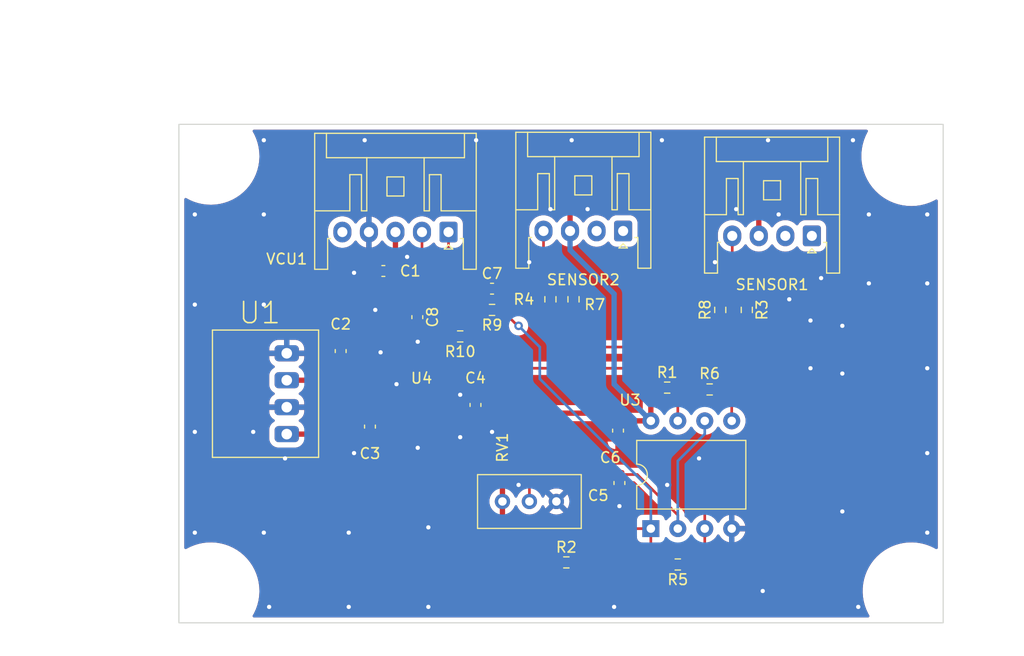
<source format=kicad_pcb>
(kicad_pcb (version 20211014) (generator pcbnew)
  (layers (0 "F.Cu" signal) (31 "B.Cu" signal) (34 "B.Paste" user) (35 "F.Paste" user) (36 "B.SilkS" user "B.Silkscreen") (37 "F.SilkS" user "F.Silkscreen") (38 "B.Mask" user) (39 "F.Mask" user) (44 "Edge.Cuts" user))
  (net 0 "")
  (net 1 "VBAT12V")
  (net 2 "GND")
  (net 3 "12V")
  (net 4 "VREF")
  (net 5 "PULSE1_RAW")
  (net 6 "PULSE2_RAW")
  (net 7 "PULSE2")
  (net 8 "PULSE1")
  (net 9 "Net-(R3-Pad2)")
  (net 10 "Net-(R4-Pad2)")
  (net 12 "15V")
  (net 17 "Net-(R1-Pad2)")
  (net 18 "Net-(R2-Pad2)")
  (footprint "Capacitor_SMD:C_0603_1608Metric" (layer "F.Cu") (at 149.5 80.5)
    (fp_text reference "C7" (at 0 -1.43) (layer "F.SilkS"))
    (fp_text value "0")
    (fp_line (start -0.14058 -0.51) (end 0.14058 -0.51) (layer "F.SilkS") (width 0.12))
    (fp_line (start -0.14058 0.51) (end 0.14058 0.51) (layer "F.SilkS") (width 0.12))
    (pad "1" smd roundrect (at -0.775 0) (size 0.9 0.95) (layers "F.Cu" "F.Paste" "F.Mask") (net 8 "PULSE1"))
    (pad "2" smd roundrect (at 0.775 0) (size 0.9 0.95) (layers "F.Cu" "F.Paste" "F.Mask") (net 2 "GND"))
  )
  (footprint "Resistor_SMD:R_0603_1608Metric_Pad0.98x0.95mm_HandSolder" (layer "F.Cu") (at 173.5 82.5 -90)
    (fp_text reference "R3" (at 0 -1.43 -90) (layer "F.SilkS"))
    (fp_text value "1k")
    (fp_line (start -0.254724 0.5225) (end 0.254724 0.5225) (layer "F.SilkS") (width 0.12))
    (fp_line (start -0.254724 -0.5225) (end 0.254724 -0.5225) (layer "F.SilkS") (width 0.12))
    (pad "1" smd roundrect (at -0.9125 0 270) (size 0.975 0.95) (layers "F.Cu" "F.Paste" "F.Mask") (net 5 "PULSE1_RAW"))
    (pad "2" smd roundrect (at 0.9125 0 270) (size 0.975 0.95) (layers "F.Cu" "F.Paste" "F.Mask") (net 9 "Net-(R3-Pad2)"))
  )
  (footprint "Potentiometer_THT:Potentiometer_Bourns_3296W_Vertical" (layer "F.Cu") (at 155.56 100.56)
    (fp_text reference "RV1" (at -5.08 -5.08 90) (layer "F.SilkS"))
    (fp_text value "10k")
    (fp_line (start 2.345 -2.53) (end 2.345 2.54) (layer "F.SilkS") (width 0.12))
    (fp_line (start -7.425 -2.53) (end -7.425 2.54) (layer "F.SilkS") (width 0.12))
    (fp_line (start -7.425 -2.53) (end 2.345 -2.53) (layer "F.SilkS") (width 0.12))
    (fp_line (start -7.425 2.54) (end 2.345 2.54) (layer "F.SilkS") (width 0.12))
    (pad "1" thru_hole circle (at 0 0) (size 1.44 1.44) (drill 0.8) (layers *.Cu *.Mask) (net 2 "GND"))
    (pad "2" thru_hole circle (at -2.54 0) (size 1.44 1.44) (drill 0.8) (layers *.Cu *.Mask) (net 4 "VREF"))
    (pad "3" thru_hole circle (at -5.08 0) (size 1.44 1.44) (drill 0.8) (layers *.Cu *.Mask) (net 3 "12V"))
  )
  (footprint "MountingHole:MountingHole_4.3mm_M4" (layer "F.Cu") (at 123 109)
    (fp_text reference "REF**" hide)
    (fp_text value "MountingHole_4.3mm_M4")
    (pad "" np_thru_hole circle (at 0 0) (size 4.3 4.3) (drill 4.3) (layers *.Cu *.Mask))
  )
  (footprint "Connector_JST:JST_XA_S04B-XASK-1N-BN_1x04_P2.50mm_Horizontal" (layer "F.Cu") (at 161.85 75.06 180)
    (fp_text reference "SENSOR2" (at 3.75 -4.6) (layer "F.SilkS"))
    (fp_text value "Conn_01x04_Male")
    (fp_line (start 8.89 -3.51) (end 8.89 -0.61) (layer "F.SilkS") (width 0.12))
    (fp_line (start -1.5 7.01) (end 9 7.01) (layer "F.SilkS") (width 0.12))
    (fp_line (start -2.61 -3.51) (end -2.61 9.31) (layer "F.SilkS") (width 0.12))
    (fp_line (start 9 7.01) (end 9 9.31) (layer "F.SilkS") (width 0.12))
    (fp_line (start 10.11 9.31) (end 10.11 -3.51) (layer "F.SilkS") (width 0.12))
    (fp_line (start -1.39 -0.61) (end -1.39 -3.51) (layer "F.SilkS") (width 0.12))
    (fp_line (start 8.05 2) (end 10.11 2) (layer "F.SilkS") (width 0.12))
    (fp_line (start 6.45 7.01) (end 6.45 2) (layer "F.SilkS") (width 0.12))
    (fp_line (start 0.55 5.41) (end -0.55 5.41) (layer "F.SilkS") (width 0.12))
    (fp_line (start -0.55 5.41) (end -0.55 2) (layer "F.SilkS") (width 0.12))
    (fp_line (start 6.95 2) (end 6.95 5.41) (layer "F.SilkS") (width 0.12))
    (fp_line (start 0.4 -1.6) (end 0 -1.2) (layer "F.SilkS") (width 0.12))
    (fp_line (start 8.89 -0.61) (end 8.61 -0.61) (layer "F.SilkS") (width 0.12))
    (fp_line (start 8.05 5.41) (end 8.05 2) (layer "F.SilkS") (width 0.12))
    (fp_line (start 4.55 3.4) (end 4.55 5.2) (layer "F.SilkS") (width 0.12))
    (fp_line (start -2.61 9.31) (end 10.11 9.31) (layer "F.SilkS") (width 0.12))
    (fp_line (start 10.11 -3.51) (end 8.89 -3.51) (layer "F.SilkS") (width 0.12))
    (fp_line (start 6.45 2) (end 6.95 2) (layer "F.SilkS") (width 0.12))
    (fp_line (start 4.55 5.2) (end 2.95 5.2) (layer "F.SilkS") (width 0.12))
    (fp_line (start 2.95 5.2) (end 2.95 3.4) (layer "F.SilkS") (width 0.12))
    (fp_line (start -1.39 -3.51) (end -2.61 -3.51) (layer "F.SilkS") (width 0.12))
    (fp_line (start 0 -1.2) (end -0.4 -1.6) (layer "F.SilkS") (width 0.12))
    (fp_line (start -0.4 -1.6) (end 0.4 -1.6) (layer "F.SilkS") (width 0.12))
    (fp_line (start 2.95 3.4) (end 4.55 3.4) (layer "F.SilkS") (width 0.12))
    (fp_line (start -0.55 2) (end -2.61 2) (layer "F.SilkS") (width 0.12))
    (fp_line (start 1.05 2) (end 0.55 2) (layer "F.SilkS") (width 0.12))
    (fp_line (start 6.95 5.41) (end 8.05 5.41) (layer "F.SilkS") (width 0.12))
    (fp_line (start 0.55 2) (end 0.55 5.41) (layer "F.SilkS") (width 0.12))
    (fp_line (start 1.05 7.01) (end 1.05 2) (layer "F.SilkS") (width 0.12))
    (fp_line (start -1.5 9.31) (end -1.5 7.01) (layer "F.SilkS") (width 0.12))
    (fp_line (start -1.11 -0.61) (end -1.39 -0.61) (layer "F.SilkS") (width 0.12))
    (pad "1" thru_hole roundrect (at 0 0 180) (size 1.7 1.95) (drill 0.95) (layers *.Cu *.Mask) (roundrect_rratio 0.147059))
    (pad "2" thru_hole oval (at 2.5 0 180) (size 1.7 1.95) (drill 0.95) (layers *.Cu *.Mask))
    (pad "3" thru_hole oval (at 5 0 180) (size 1.7 1.95) (drill 0.95) (layers *.Cu *.Mask) (net 3 "12V"))
    (pad "4" thru_hole oval (at 7.5 0 180) (size 1.7 1.95) (drill 0.95) (layers *.Cu *.Mask) (net 6 "PULSE2_RAW"))
  )
  (footprint "Resistor_SMD:R_0603_1608Metric_Pad0.98x0.95mm_HandSolder" (layer "F.Cu") (at 156.5 106.305)
    (fp_text reference "R2" (at 0 -1.43) (layer "F.SilkS"))
    (fp_text value "1k")
    (fp_line (start -0.254724 -0.5225) (end 0.254724 -0.5225) (layer "F.SilkS") (width 0.12))
    (fp_line (start -0.254724 0.5225) (end 0.254724 0.5225) (layer "F.SilkS") (width 0.12))
    (pad "1" smd roundrect (at -0.9125 0) (size 0.975 0.95) (layers "F.Cu" "F.Paste" "F.Mask") (net 3 "12V"))
    (pad "2" smd roundrect (at 0.9125 0) (size 0.975 0.95) (layers "F.Cu" "F.Paste" "F.Mask") (net 18 "Net-(R2-Pad2)"))
  )
  (footprint "Resistor_SMD:R_0603_1608Metric_Pad0.98x0.95mm_HandSolder" (layer "F.Cu") (at 155 81.5 -90)
    (fp_text reference "R4" (at 0 2.5 180) (layer "F.SilkS"))
    (fp_text value "1k")
    (fp_line (start -0.254724 -0.5225) (end 0.254724 -0.5225) (layer "F.SilkS") (width 0.12))
    (fp_line (start -0.254724 0.5225) (end 0.254724 0.5225) (layer "F.SilkS") (width 0.12))
    (pad "1" smd roundrect (at -0.9125 0 270) (size 0.975 0.95) (layers "F.Cu" "F.Paste" "F.Mask") (net 6 "PULSE2_RAW"))
    (pad "2" smd roundrect (at 0.9125 0 270) (size 0.975 0.95) (layers "F.Cu" "F.Paste" "F.Mask") (net 10 "Net-(R4-Pad2)"))
  )
  (footprint "filter:TRACO POWER DCDC" (layer "F.Cu") (at 130.16 90.4 -90)
    (fp_text reference "U1" (at -7.62 2.54 unlocked) (layer "F.SilkS") (effects (font (size 2 2))))
    (fp_text value "TMU_3-1213")
    (fp_line (start -6 7) (end -6 -3) (layer "F.SilkS") (width 0.12))
    (fp_line (start 6 -3) (end 6 7) (layer "F.SilkS") (width 0.12))
    (fp_line (start -6 -3) (end 6 -3) (layer "F.SilkS") (width 0.12))
    (fp_line (start 6 7) (end -6 7) (layer "F.SilkS") (width 0.12))
    (pad "1" thru_hole roundrect (at -3.81 0) (size 2.286 1.524) (drill 1) (layers *.Cu *.Mask) (net 2 "GND"))
    (pad "2" thru_hole roundrect (at -1.27 0) (size 2.286 1.524) (drill 1) (layers *.Cu *.Mask) (net 1 "VBAT12V"))
    (pad "3" thru_hole roundrect (at 1.27 0) (size 2.286 1.524) (drill 1) (layers *.Cu *.Mask) (net 2 "GND"))
    (pad "4" thru_hole roundrect (at 3.81 0) (size 2.286 1.524) (drill 1) (layers *.Cu *.Mask) (net 12 "15V"))
  )
  (footprint "Package_DIP:DIP-8_W10.16mm" (layer "F.Cu") (at 164.46 103.12 90)
    (fp_text reference "U3" (at 12.12 -1.96 180) (layer "F.SilkS"))
    (fp_text value "NJM2903D")
    (fp_line (start 8.315 -1.33) (end 6.08 -1.33) (layer "F.SilkS") (width 0.12))
    (fp_line (start 4.08 -1.33) (end 1.845 -1.33) (layer "F.SilkS") (width 0.12))
    (fp_line (start 8.315 8.95) (end 8.315 -1.33) (layer "F.SilkS") (width 0.12))
    (fp_line (start 1.845 8.95) (end 8.315 8.95) (layer "F.SilkS") (width 0.12))
    (fp_line (start 1.845 -1.33) (end 1.845 8.95) (layer "F.SilkS") (width 0.12))
    (fp_arc (start 6.08 -1.33) (mid 5.08 -0.33) (end 4.08 -1.33) (layer "F.SilkS") (width 0.12))
    (pad "1" thru_hole rect (at 0 0 90) (size 1.6 1.6) (drill 0.8) (layers *.Cu *.Mask) (net 18 "Net-(R2-Pad2)"))
    (pad "2" thru_hole oval (at 0 2.54 90) (size 1.6 1.6) (drill 0.8) (layers *.Cu *.Mask) (net 4 "VREF"))
    (pad "3" thru_hole oval (at 0 5.08 90) (size 1.6 1.6) (drill 0.8) (layers *.Cu *.Mask) (net 9 "Net-(R3-Pad2)"))
    (pad "4" thru_hole oval (at 0 7.62 90) (size 1.6 1.6) (drill 0.8) (layers *.Cu *.Mask) (net 2 "GND"))
    (pad "5" thru_hole oval (at 10.16 7.62 90) (size 1.6 1.6) (drill 0.8) (layers *.Cu *.Mask) (net 10 "Net-(R4-Pad2)"))
    (pad "6" thru_hole oval (at 10.16 5.08 90) (size 1.6 1.6) (drill 0.8) (layers *.Cu *.Mask) (net 4 "VREF"))
    (pad "7" thru_hole oval (at 10.16 2.54 90) (size 1.6 1.6) (drill 0.8) (layers *.Cu *.Mask) (net 17 "Net-(R1-Pad2)"))
    (pad "8" thru_hole oval (at 10.16 0 90) (size 1.6 1.6) (drill 0.8) (layers *.Cu *.Mask) (net 3 "12V"))
  )
  (footprint "Capacitor_SMD:C_0603_1608Metric" (layer "F.Cu") (at 161.37 93.88 -90)
    (fp_text reference "C6" (at 2.54 0.73 180) (layer "F.SilkS"))
    (fp_text value "0.1u")
    (fp_line (start -0.14058 0.51) (end 0.14058 0.51) (layer "F.SilkS") (width 0.12))
    (fp_line (start -0.14058 -0.51) (end 0.14058 -0.51) (layer "F.SilkS") (width 0.12))
    (pad "1" smd roundrect (at -0.775 0 270) (size 0.9 0.95) (layers "F.Cu" "F.Paste" "F.Mask") (net 3 "12V"))
    (pad "2" smd roundrect (at 0.775 0 270) (size 0.9 0.95) (layers "F.Cu" "F.Paste" "F.Mask") (net 2 "GND"))
  )
  (footprint "Resistor_SMD:R_0603_1608Metric_Pad0.98x0.95mm_HandSolder" (layer "F.Cu") (at 146.5 85 180)
    (fp_text reference "R10" (at 0 -1.43 180) (layer "F.SilkS"))
    (fp_text value "0")
    (fp_line (start -0.254724 0.5225) (end 0.254724 0.5225) (layer "F.SilkS") (width 0.12))
    (fp_line (start -0.254724 -0.5225) (end 0.254724 -0.5225) (layer "F.SilkS") (width 0.12))
    (pad "1" smd roundrect (at -0.9125 0 180) (size 0.975 0.95) (layers "F.Cu" "F.Paste" "F.Mask") (net 17 "Net-(R1-Pad2)"))
    (pad "2" smd roundrect (at 0.9125 0 180) (size 0.975 0.95) (layers "F.Cu" "F.Paste" "F.Mask") (net 7 "PULSE2"))
  )
  (footprint "Capacitor_SMD:C_0603_1608Metric" (layer "F.Cu") (at 147.94 91.46 90)
    (fp_text reference "C4" (at 2.54 0 180) (layer "F.SilkS"))
    (fp_text value "1u")
    (fp_line (start -0.14058 0.51) (end 0.14058 0.51) (layer "F.SilkS") (width 0.12))
    (fp_line (start -0.14058 -0.51) (end 0.14058 -0.51) (layer "F.SilkS") (width 0.12))
    (pad "1" smd roundrect (at -0.775 0 90) (size 0.9 0.95) (layers "F.Cu" "F.Paste" "F.Mask") (net 3 "12V"))
    (pad "2" smd roundrect (at 0.775 0 90) (size 0.9 0.95) (layers "F.Cu" "F.Paste" "F.Mask") (net 2 "GND"))
  )
  (footprint "Capacitor_SMD:C_0603_1608Metric" (layer "F.Cu") (at 142.46 83.18 -90)
    (fp_text reference "C8" (at 0 -1.43 90) (layer "F.SilkS"))
    (fp_text value "0")
    (fp_line (start -0.14058 0.51) (end 0.14058 0.51) (layer "F.SilkS") (width 0.12))
    (fp_line (start -0.14058 -0.51) (end 0.14058 -0.51) (layer "F.SilkS") (width 0.12))
    (pad "1" smd roundrect (at -0.775 0 270) (size 0.9 0.95) (layers "F.Cu" "F.Paste" "F.Mask") (net 7 "PULSE2"))
    (pad "2" smd roundrect (at 0.775 0 270) (size 0.9 0.95) (layers "F.Cu" "F.Paste" "F.Mask") (net 2 "GND"))
  )
  (footprint "Connector_JST:JST_XA_S05B-XASK-1N-BN_1x05_P2.50mm_Horizontal" (layer "F.Cu") (at 145.4 75.16 180)
    (fp_text reference "VCU1" (at 15.24 -2.54) (layer "F.SilkS"))
    (fp_text value "Conn_01x05_Male")
    (fp_line (start -1.39 -3.51) (end -2.61 -3.51) (layer "F.SilkS") (width 0.12))
    (fp_line (start -2.61 -3.51) (end -2.61 9.31) (layer "F.SilkS") (width 0.12))
    (fp_line (start 11.39 -0.61) (end 11.11 -0.61) (layer "F.SilkS") (width 0.12))
    (fp_line (start 0 -1.2) (end -0.4 -1.6) (layer "F.SilkS") (width 0.12))
    (fp_line (start 0.4 -1.6) (end 0 -1.2) (layer "F.SilkS") (width 0.12))
    (fp_line (start 2.3 2) (end 1.8 2) (layer "F.SilkS") (width 0.12))
    (fp_line (start -1.5 7.01) (end 11.5 7.01) (layer "F.SilkS") (width 0.12))
    (fp_line (start -1.11 -0.61) (end -1.39 -0.61) (layer "F.SilkS") (width 0.12))
    (fp_line (start 5.8 5.2) (end 4.2 5.2) (layer "F.SilkS") (width 0.12))
    (fp_line (start 1.8 2) (end 1.8 5.41) (layer "F.SilkS") (width 0.12))
    (fp_line (start 7.7 2) (end 8.2 2) (layer "F.SilkS") (width 0.12))
    (fp_line (start 12.61 9.31) (end 12.61 -3.51) (layer "F.SilkS") (width 0.12))
    (fp_line (start 4.2 5.2) (end 4.2 3.4) (layer "F.SilkS") (width 0.12))
    (fp_line (start -2.61 9.31) (end 12.61 9.31) (layer "F.SilkS") (width 0.12))
    (fp_line (start 1.8 5.41) (end 0.7 5.41) (layer "F.SilkS") (width 0.12))
    (fp_line (start -0.4 -1.6) (end 0.4 -1.6) (layer "F.SilkS") (width 0.12))
    (fp_line (start 0.7 5.41) (end 0.7 2) (layer "F.SilkS") (width 0.12))
    (fp_line (start 2.3 7.01) (end 2.3 2) (layer "F.SilkS") (width 0.12))
    (fp_line (start 11.39 -3.51) (end 11.39 -0.61) (layer "F.SilkS") (width 0.12))
    (fp_line (start 5.8 3.4) (end 5.8 5.2) (layer "F.SilkS") (width 0.12))
    (fp_line (start 4.2 3.4) (end 5.8 3.4) (layer "F.SilkS") (width 0.12))
    (fp_line (start 0.7 2) (end -2.61 2) (layer "F.SilkS") (width 0.12))
    (fp_line (start -1.5 9.31) (end -1.5 7.01) (layer "F.SilkS") (width 0.12))
    (fp_line (start 8.2 2) (end 8.2 5.41) (layer "F.SilkS") (width 0.12))
    (fp_line (start 9.3 2) (end 12.61 2) (layer "F.SilkS") (width 0.12))
    (fp_line (start -1.39 -0.61) (end -1.39 -3.51) (layer "F.SilkS") (width 0.12))
    (fp_line (start 7.7 7.01) (end 7.7 2) (layer "F.SilkS") (width 0.12))
    (fp_line (start 8.2 5.41) (end 9.3 5.41) (layer "F.SilkS") (width 0.12))
    (fp_line (start 9.3 5.41) (end 9.3 2) (layer "F.SilkS") (width 0.12))
    (fp_line (start 11.5 7.01) (end 11.5 9.31) (layer "F.SilkS") (width 0.12))
    (fp_line (start 12.61 -3.51) (end 11.39 -3.51) (layer "F.SilkS") (width 0.12))
    (pad "1" thru_hole roundrect (at 0 0 180) (size 1.7 1.95) (drill 0.95) (layers *.Cu *.Mask) (roundrect_rratio 0.147059) (net 8 "PULSE1"))
    (pad "2" thru_hole oval (at 2.5 0 180) (size 1.7 1.95) (drill 0.95) (layers *.Cu *.Mask) (net 7 "PULSE2"))
    (pad "3" thru_hole oval (at 5 0 180) (size 1.7 1.95) (drill 0.95) (layers *.Cu *.Mask) (net 1 "VBAT12V"))
    (pad "4" thru_hole oval (at 7.5 0 180) (size 1.7 1.95) (drill 0.95) (layers *.Cu *.Mask) (net 2 "GND"))
    (pad "5" thru_hole oval (at 10 0 180) (size 1.7 1.95) (drill 0.95) (layers *.Cu *.Mask))
  )
  (footprint "Resistor_SMD:R_0603_1608Metric_Pad0.98x0.95mm_HandSolder" (layer "F.Cu") (at 171 82.5 90)
    (fp_text reference "R8" (at 0 -1.43 90) (layer "F.SilkS"))
    (fp_text value "100")
    (fp_line (start -0.254724 -0.5225) (end 0.254724 -0.5225) (layer "F.SilkS") (width 0.12))
    (fp_line (start -0.254724 0.5225) (end 0.254724 0.5225) (layer "F.SilkS") (width 0.12))
    (pad "1" smd roundrect (at -0.9125 0 90) (size 0.975 0.95) (layers "F.Cu" "F.Paste" "F.Mask") (net 2 "GND"))
    (pad "2" smd roundrect (at 0.9125 0 90) (size 0.975 0.95) (layers "F.Cu" "F.Paste" "F.Mask") (net 5 "PULSE1_RAW"))
  )
  (footprint "Capacitor_SMD:C_0603_1608Metric" (layer "F.Cu") (at 139.26 78.83 180)
    (fp_text reference "C1" (at -2.54 0 180) (layer "F.SilkS"))
    (fp_text value "1u")
    (fp_line (start -0.14058 0.51) (end 0.14058 0.51) (layer "F.SilkS") (width 0.12))
    (fp_line (start -0.14058 -0.51) (end 0.14058 -0.51) (layer "F.SilkS") (width 0.12))
    (pad "1" smd roundrect (at -0.775 0 180) (size 0.9 0.95) (layers "F.Cu" "F.Paste" "F.Mask") (net 1 "VBAT12V"))
    (pad "2" smd roundrect (at 0.775 0 180) (size 0.9 0.95) (layers "F.Cu" "F.Paste" "F.Mask") (net 2 "GND"))
  )
  (footprint "Resistor_SMD:R_0603_1608Metric_Pad0.98x0.95mm_HandSolder" (layer "F.Cu") (at 170 90 180)
    (fp_text reference "R6" (at 0 1.5) (layer "F.SilkS"))
    (fp_text value "1M")
    (fp_line (start -0.254724 -0.5225) (end 0.254724 -0.5225) (layer "F.SilkS") (width 0.12))
    (fp_line (start -0.254724 0.5225) (end 0.254724 0.5225) (layer "F.SilkS") (width 0.12))
    (pad "1" smd roundrect (at -0.9125 0 180) (size 0.975 0.95) (layers "F.Cu" "F.Paste" "F.Mask") (net 10 "Net-(R4-Pad2)"))
    (pad "2" smd roundrect (at 0.9125 0 180) (size 0.975 0.95) (layers "F.Cu" "F.Paste" "F.Mask") (net 17 "Net-(R1-Pad2)"))
  )
  (footprint "MountingHole:MountingHole_4.3mm_M4" (layer "F.Cu") (at 189 109)
    (fp_text reference "REF**" hide)
    (fp_text value "MountingHole_4.3mm_M4")
    (pad "" np_thru_hole circle (at 0 0) (size 4.3 4.3) (drill 4.3) (layers *.Cu *.Mask))
  )
  (footprint "Resistor_SMD:R_0603_1608Metric_Pad0.98x0.95mm_HandSolder" (layer "F.Cu") (at 149.5 82.5 180)
    (fp_text reference "R9" (at 0 -1.43 180) (layer "F.SilkS"))
    (fp_text value "0")
    (fp_line (start -0.254724 0.5225) (end 0.254724 0.5225) (layer "F.SilkS") (width 0.12))
    (fp_line (start -0.254724 -0.5225) (end 0.254724 -0.5225) (layer "F.SilkS") (width 0.12))
    (pad "1" smd roundrect (at -0.9125 0 180) (size 0.975 0.95) (layers "F.Cu" "F.Paste" "F.Mask") (net 18 "Net-(R2-Pad2)"))
    (pad "2" smd roundrect (at 0.9125 0 180) (size 0.975 0.95) (layers "F.Cu" "F.Paste" "F.Mask") (net 8 "PULSE1"))
  )
  (footprint "filter:SOT-23-3" (layer "F.Cu") (at 141.36 92.94 -90)
    (fp_text reference "U4" (at -4 -1.5 unlocked) (layer "F.SilkS"))
    (fp_text value "LDK320ADU120R")
    (pad "1" smd roundrect (at -1.5 0.7) (size 1.4 0.57) (layers "F.Cu" "F.Paste" "F.Mask") (net 2 "GND"))
    (pad "2" smd roundrect (at 1.5 0.7) (size 1.4 0.57) (layers "F.Cu" "F.Paste" "F.Mask") (net 12 "15V"))
    (pad "3" smd roundrect (at 0 -2.54) (size 2.54 2) (layers "F.Cu" "F.Paste" "F.Mask") (net 3 "12V"))
    (pad "3" smd roundrect (at 0 -0.6) (size 4 0.65) (layers "F.Cu" "F.Paste" "F.Mask") (net 3 "12V"))
  )
  (footprint "Capacitor_SMD:C_0603_1608Metric" (layer "F.Cu") (at 161.5 98.82 -90)
    (fp_text reference "C5" (at 1.18 2) (layer "F.SilkS"))
    (fp_text value "0.1u")
    (fp_line (start -0.14058 -0.51) (end 0.14058 -0.51) (layer "F.SilkS") (width 0.12))
    (fp_line (start -0.14058 0.51) (end 0.14058 0.51) (layer "F.SilkS") (width 0.12))
    (pad "1" smd roundrect (at -0.775 0 270) (size 0.9 0.95) (layers "F.Cu" "F.Paste" "F.Mask") (net 4 "VREF"))
    (pad "2" smd roundrect (at 0.775 0 270) (size 0.9 0.95) (layers "F.Cu" "F.Paste" "F.Mask") (net 2 "GND"))
  )
  (footprint "Connector_JST:JST_XA_S04B-XASK-1N-BN_1x04_P2.50mm_Horizontal" (layer "F.Cu") (at 179.63 75.52 180)
    (fp_text reference "SENSOR1" (at 3.75 -4.6) (layer "F.SilkS"))
    (fp_text value "Conn_01x04_Male")
    (fp_line (start 6.45 7.01) (end 6.45 2) (layer "F.SilkS") (width 0.12))
    (fp_line (start 2.95 5.2) (end 2.95 3.4) (layer "F.SilkS") (width 0.12))
    (fp_line (start 0.55 2) (end 0.55 5.41) (layer "F.SilkS") (width 0.12))
    (fp_line (start -1.5 7.01) (end 9 7.01) (layer "F.SilkS") (width 0.12))
    (fp_line (start -1.5 9.31) (end -1.5 7.01) (layer "F.SilkS") (width 0.12))
    (fp_line (start 4.55 5.2) (end 2.95 5.2) (layer "F.SilkS") (width 0.12))
    (fp_line (start -1.11 -0.61) (end -1.39 -0.61) (layer "F.SilkS") (width 0.12))
    (fp_line (start 10.11 -3.51) (end 8.89 -3.51) (layer "F.SilkS") (width 0.12))
    (fp_line (start 0.4 -1.6) (end 0 -1.2) (layer "F.SilkS") (width 0.12))
    (fp_line (start 4.55 3.4) (end 4.55 5.2) (layer "F.SilkS") (width 0.12))
    (fp_line (start 1.05 7.01) (end 1.05 2) (layer "F.SilkS") (width 0.12))
    (fp_line (start 10.11 9.31) (end 10.11 -3.51) (layer "F.SilkS") (width 0.12))
    (fp_line (start -0.4 -1.6) (end 0.4 -1.6) (layer "F.SilkS") (width 0.12))
    (fp_line (start -1.39 -0.61) (end -1.39 -3.51) (layer "F.SilkS") (width 0.12))
    (fp_line (start 9 7.01) (end 9 9.31) (layer "F.SilkS") (width 0.12))
    (fp_line (start 8.89 -3.51) (end 8.89 -0.61) (layer "F.SilkS") (width 0.12))
    (fp_line (start 8.05 5.41) (end 8.05 2) (layer "F.SilkS") (width 0.12))
    (fp_line (start 6.95 2) (end 6.95 5.41) (layer "F.SilkS") (width 0.12))
    (fp_line (start -2.61 9.31) (end 10.11 9.31) (layer "F.SilkS") (width 0.12))
    (fp_line (start -0.55 2) (end -2.61 2) (layer "F.SilkS") (width 0.12))
    (fp_line (start 8.05 2) (end 10.11 2) (layer "F.SilkS") (width 0.12))
    (fp_line (start 0 -1.2) (end -0.4 -1.6) (layer "F.SilkS") (width 0.12))
    (fp_line (start 6.45 2) (end 6.95 2) (layer "F.SilkS") (width 0.12))
    (fp_line (start -0.55 5.41) (end -0.55 2) (layer "F.SilkS") (width 0.12))
    (fp_line (start -2.61 -3.51) (end -2.61 9.31) (layer "F.SilkS") (width 0.12))
    (fp_line (start -1.39 -3.51) (end -2.61 -3.51) (layer "F.SilkS") (width 0.12))
    (fp_line (start 2.95 3.4) (end 4.55 3.4) (layer "F.SilkS") (width 0.12))
    (fp_line (start 6.95 5.41) (end 8.05 5.41) (layer "F.SilkS") (width 0.12))
    (fp_line (start 1.05 2) (end 0.55 2) (layer "F.SilkS") (width 0.12))
    (fp_line (start 8.89 -0.61) (end 8.61 -0.61) (layer "F.SilkS") (width 0.12))
    (fp_line (start 0.55 5.41) (end -0.55 5.41) (layer "F.SilkS") (width 0.12))
    (pad "1" thru_hole roundrect (at 0 0 180) (size 1.7 1.95) (drill 0.95) (layers *.Cu *.Mask) (roundrect_rratio 0.147059))
    (pad "2" thru_hole oval (at 2.5 0 180) (size 1.7 1.95) (drill 0.95) (layers *.Cu *.Mask))
    (pad "3" thru_hole oval (at 5 0 180) (size 1.7 1.95) (drill 0.95) (layers *.Cu *.Mask) (net 3 "12V"))
    (pad "4" thru_hole oval (at 7.5 0 180) (size 1.7 1.95) (drill 0.95) (layers *.Cu *.Mask) (net 5 "PULSE1_RAW"))
  )
  (footprint "Resistor_SMD:R_0603_1608Metric_Pad0.98x0.95mm_HandSolder" (layer "F.Cu") (at 157.175 81.5 90)
    (fp_text reference "R7" (at -0.5 2) (layer "F.SilkS"))
    (fp_text value "100")
    (fp_line (start -0.254724 0.5225) (end 0.254724 0.5225) (layer "F.SilkS") (width 0.12))
    (fp_line (start -0.254724 -0.5225) (end 0.254724 -0.5225) (layer "F.SilkS") (width 0.12))
    (pad "1" smd roundrect (at -0.9125 0 90) (size 0.975 0.95) (layers "F.Cu" "F.Paste" "F.Mask") (net 2 "GND"))
    (pad "2" smd roundrect (at 0.9125 0 90) (size 0.975 0.95) (layers "F.Cu" "F.Paste" "F.Mask") (net 6 "PULSE2_RAW"))
  )
  (footprint "Capacitor_SMD:C_0603_1608Metric" (layer "F.Cu") (at 138 93.5 90)
    (fp_text reference "C3" (at -2.54 0) (layer "F.SilkS"))
    (fp_text value "1u")
    (fp_line (start -0.14058 -0.51) (end 0.14058 -0.51) (layer "F.SilkS") (width 0.12))
    (fp_line (start -0.14058 0.51) (end 0.14058 0.51) (layer "F.SilkS") (width 0.12))
    (pad "1" smd roundrect (at -0.775 0 90) (size 0.9 0.95) (layers "F.Cu" "F.Paste" "F.Mask") (net 12 "15V"))
    (pad "2" smd roundrect (at 0.775 0 90) (size 0.9 0.95) (layers "F.Cu" "F.Paste" "F.Mask") (net 2 "GND"))
  )
  (footprint "Resistor_SMD:R_0603_1608Metric_Pad0.98x0.95mm_HandSolder" (layer "F.Cu") (at 167 106.5 180)
    (fp_text reference "R5" (at 0 -1.43 180) (layer "F.SilkS"))
    (fp_text value "1M")
    (fp_line (start -0.254724 0.5225) (end 0.254724 0.5225) (layer "F.SilkS") (width 0.12))
    (fp_line (start -0.254724 -0.5225) (end 0.254724 -0.5225) (layer "F.SilkS") (width 0.12))
    (pad "1" smd roundrect (at -0.9125 0 180) (size 0.975 0.95) (layers "F.Cu" "F.Paste" "F.Mask") (net 9 "Net-(R3-Pad2)"))
    (pad "2" smd roundrect (at 0.9125 0 180) (size 0.975 0.95) (layers "F.Cu" "F.Paste" "F.Mask") (net 18 "Net-(R2-Pad2)"))
  )
  (footprint "Capacitor_SMD:C_0603_1608Metric" (layer "F.Cu") (at 135.24 86.38 90)
    (fp_text reference "C2" (at 2.54 0 180) (layer "F.SilkS"))
    (fp_text value "0.1u")
    (fp_line (start -0.14058 -0.51) (end 0.14058 -0.51) (layer "F.SilkS") (width 0.12))
    (fp_line (start -0.14058 0.51) (end 0.14058 0.51) (layer "F.SilkS") (width 0.12))
    (pad "1" smd roundrect (at -0.775 0 90) (size 0.9 0.95) (layers "F.Cu" "F.Paste" "F.Mask") (net 1 "VBAT12V"))
    (pad "2" smd roundrect (at 0.775 0 90) (size 0.9 0.95) (layers "F.Cu" "F.Paste" "F.Mask") (net 2 "GND"))
  )
  (footprint "Resistor_SMD:R_0603_1608Metric_Pad0.98x0.95mm_HandSolder" (layer "F.Cu") (at 166 89.825)
    (fp_text reference "R1" (at 0 -1.43) (layer "F.SilkS"))
    (fp_text value "1k")
    (fp_line (start -0.254724 -0.5225) (end 0.254724 -0.5225) (layer "F.SilkS") (width 0.12))
    (fp_line (start -0.254724 0.5225) (end 0.254724 0.5225) (layer "F.SilkS") (width 0.12))
    (pad "1" smd roundrect (at -0.9125 0) (size 0.975 0.95) (layers "F.Cu" "F.Paste" "F.Mask") (net 3 "12V"))
    (pad "2" smd roundrect (at 0.9125 0) (size 0.975 0.95) (layers "F.Cu" "F.Paste" "F.Mask") (net 17 "Net-(R1-Pad2)"))
  )
  (footprint "MountingHole:MountingHole_4.3mm_M4" (layer "F.Cu") (at 123 68)
    (fp_text reference "REF**" hide)
    (fp_text value "MountingHole_4.3mm_M4")
    (pad "" np_thru_hole circle (at 0 0) (size 4.3 4.3) (drill 4.3) (layers *.Cu *.Mask))
  )
  (footprint "MountingHole:MountingHole_4.3mm_M4" (layer "F.Cu") (at 189 68)
    (fp_text reference "REF**" hide)
    (fp_text value "MountingHole_4.3mm_M4")
    (pad "" np_thru_hole circle (at 0 0) (size 4.3 4.3) (drill 4.3) (layers *.Cu *.Mask))
  )
  (gr_rect (start 120 65) (end 192 112) (layer "Edge.Cuts") (width 0.1) (fill none))
  (segment (start 140.035 78.83) (end 140.035 83.065) (width 0.5) (layer "F.Cu") (net 1))
  (segment (start 140.035 78.83) (end 140.4 78.465) (width 0.5) (layer "F.Cu") (net 1))
  (segment (start 140.035 83.065) (end 135.945 87.155) (width 0.5) (layer "F.Cu") (net 1))
  (segment (start 135.24 87.155) (end 135.24 87.86) (width 0.5) (layer "F.Cu") (net 1))
  (segment (start 135.945 87.155) (end 135.24 87.155) (width 0.5) (layer "F.Cu") (net 1))
  (segment (start 140.4 75.16) (end 140.4 78.465) (width 0.5) (layer "F.Cu") (net 1))
  (segment (start 135.24 87.86) (end 133.97 89.13) (width 0.5) (layer "F.Cu") (net 1))
  (segment (start 133.97 89.13) (end 130.16 89.13) (width 0.5) (layer "F.Cu") (net 1))
  (via (at 170.5 78) (size 0.8) (drill 0.4) (layers "F.Cu" "B.Cu") (net 2))
  (via (at 180.5 79.5) (size 0.8) (drill 0.4) (layers "F.Cu" "B.Cu") (net 2))
  (via (at 185 80) (size 0.8) (drill 0.4) (layers "F.Cu" "B.Cu") (net 2))
  (via (at 136 110.5) (size 0.8) (drill 0.4) (layers "F.Cu" "B.Cu") (net 2))
  (via (at 121.5 73.5) (size 0.8) (drill 0.4) (layers "F.Cu" "B.Cu") (net 2))
  (via (at 136.5 79) (size 0.8) (drill 0.4) (layers "F.Cu" "B.Cu") (net 2))
  (via (at 152 99) (size 0.8) (drill 0.4) (layers "F.Cu" "B.Cu") (net 2))
  (via (at 146.5 94.5) (size 0.8) (drill 0.4) (layers "F.Cu" "B.Cu") (net 2))
  (via (at 140.5 89.5) (size 0.8) (drill 0.4) (layers "F.Cu" "B.Cu") (net 2))
  (via (at 158.5 73) (size 0.8) (drill 0.4) (layers "F.Cu" "B.Cu") (net 2))
  (via (at 139 86.5) (size 0.8) (drill 0.4) (layers "F.Cu" "B.Cu") (net 2))
  (via (at 190.5 73.5) (size 0.8) (drill 0.4) (layers "F.Cu" "B.Cu") (net 2))
  (via (at 121.5 82) (size 0.8) (drill 0.4) (layers "F.Cu" "B.Cu") (net 2))
  (via (at 138.5 82.5) (size 0.8) (drill 0.4) (layers "F.Cu" "B.Cu") (net 2))
  (via (at 190.5 103.5) (size 0.8) (drill 0.4) (layers "F.Cu" "B.Cu") (net 2))
  (via (at 121.5 103.5) (size 0.8) (drill 0.4) (layers "F.Cu" "B.Cu") (net 2))
  (via (at 175.5 66.5) (size 0.8) (drill 0.4) (layers "F.Cu" "B.Cu") (net 2))
  (via (at 146.5 90.5) (size 0.8) (drill 0.4) (layers "F.Cu" "B.Cu") (net 2))
  (via (at 142.5 95.5) (size 0.8) (drill 0.4) (layers "F.Cu" "B.Cu") (net 2))
  (via (at 155 73) (size 0.8) (drill 0.4) (layers "F.Cu" "B.Cu") (net 2))
  (via (at 184 110.5) (size 0.8) (drill 0.4) (layers "F.Cu" "B.Cu") (net 2))
  (via (at 172.5 73) (size 0.8) (drill 0.4) (layers "F.Cu" "B.Cu") (net 2))
  (via (at 182.5 84) (size 0.8) (drill 0.4) (layers "F.Cu" "B.Cu") (net 2))
  (via (at 149.5 94) (size 0.8) (drill 0.4) (layers "F.Cu" "B.Cu") (net 2))
  (via (at 128 73.5) (size 0.8) (drill 0.4) (layers "F.Cu" "B.Cu") (net 2))
  (via (at 128 82) (size 0.8) (drill 0.4) (layers "F.Cu" "B.Cu") (net 2))
  (via (at 127 94) (size 0.8) (drill 0.4) (layers "F.Cu" "B.Cu") (net 2))
  (via (at 179.5 83.5) (size 0.8) (drill 0.4) (layers "F.Cu" "B.Cu") (net 2))
  (via (at 185 73.5) (size 0.8) (drill 0.4) (layers "F.Cu" "B.Cu") (net 2))
  (via (at 161 110.5) (size 0.8) (drill 0.4) (layers "F.Cu" "B.Cu") (net 2))
  (via (at 190.5 88) (size 0.8) (drill 0.4) (layers "F.Cu" "B.Cu") (net 2))
  (via (at 143.5 103) (size 0.8) (drill 0.4) (layers "F.Cu" "B.Cu") (net 2))
  (via (at 137.5 66.5) (size 0.8) (drill 0.4) (layers "F.Cu" "B.Cu") (net 2))
  (via (at 143.5 110.5) (size 0.8) (drill 0.4) (layers "F.Cu" "B.Cu") (net 2))
  (via (at 175 109) (size 0.8) (drill 0.4) (layers "F.Cu" "B.Cu") (net 2))
  (via (at 169 96.5) (size 0.8) (drill 0.4) (layers "F.Cu" "B.Cu") (net 2))
  (via (at 128 66.5) (size 0.8) (drill 0.4) (layers "F.Cu" "B.Cu") (net 2))
  (via (at 183.5 66.5) (size 0.8) (drill 0.4) (layers "F.Cu" "B.Cu") (net 2))
  (via (at 176.5 73.5) (size 0.8) (drill 0.4) (layers "F.Cu" "B.Cu") (net 2))
  (via (at 153 78) (size 0.8) (drill 0.4) (layers "F.Cu" "B.Cu") (net 2))
  (via (at 166 99) (size 0.8) (drill 0.4) (layers "F.Cu" "B.Cu") (net 2))
  (via (at 165.5 66.5) (size 0.8) (drill 0.4) (layers "F.Cu" "B.Cu") (net 2))
  (via (at 182.5 101.5) (size 0.8) (drill 0.4) (layers "F.Cu" "B.Cu") (net 2))
  (via (at 136 103.5) (size 0.8) (drill 0.4) (layers "F.Cu" "B.Cu") (net 2))
  (via (at 136.5 96) (size 0.8) (drill 0.4) (layers "F.Cu" "B.Cu") (net 2))
  (via (at 128 103.5) (size 0.8) (drill 0.4) (layers "F.Cu" "B.Cu") (net 2))
  (via (at 142.5 85.5) (size 0.8) (drill 0.4) (layers "F.Cu" "B.Cu") (net 2))
  (via (at 190.5 96) (size 0.8) (drill 0.4) (layers "F.Cu" "B.Cu") (net 2))
  (via (at 190.5 80) (size 0.8) (drill 0.4) (layers "F.Cu" "B.Cu") (net 2))
  (via (at 121.5 94) (size 0.8) (drill 0.4) (layers "F.Cu" "B.Cu") (net 2))
  (via (at 157 66.5) (size 0.8) (drill 0.4) (layers "F.Cu" "B.Cu") (net 2))
  (via (at 177.5 81.5) (size 0.8) (drill 0.4) (layers "F.Cu" "B.Cu") (net 2))
  (via (at 130 96.5) (size 0.8) (drill 0.4) (layers "F.Cu" "B.Cu") (net 2))
  (via (at 161.5 101) (size 0.8) (drill 0.4) (layers "F.Cu" "B.Cu") (net 2))
  (via (at 128.5 110.5) (size 0.8) (drill 0.4) (layers "F.Cu" "B.Cu") (net 2))
  (via (at 148 66.5) (size 0.8) (drill 0.4) (layers "F.Cu" "B.Cu") (net 2))
  (via (at 179.5 88) (size 0.8) (drill 0.4) (layers "F.Cu" "B.Cu") (net 2))
  (via (at 182.5 88.5) (size 0.8) (drill 0.4) (layers "F.Cu" "B.Cu") (net 2))
  (via (at 141.5 77.5) (size 0.8) (drill 0.4) (layers "F.Cu" "B.Cu") (net 2))
  (segment (start 174.63 72.63) (end 174.63 75.52) (width 0.5) (layer "F.Cu") (net 3))
  (segment (start 156.85 72.65) (end 158 71.5) (width 0.5) (layer "F.Cu") (net 3))
  (segment (start 150.48 103.48) (end 153.305 106.305) (width 0.5) (layer "F.Cu") (net 3))
  (segment (start 153.305 106.305) (end 155.5875 106.305) (width 0.5) (layer "F.Cu") (net 3))
  (segment (start 143.96 93) (end 143.9 92.94) (width 0.5) (layer "F.Cu") (net 3))
  (segment (start 164.46 92.96) (end 161.515 92.96) (width 0.5) (layer "F.Cu") (net 3))
  (segment (start 147.94 95.94) (end 147.94 92.235) (width 0.5) (layer "F.Cu") (net 3))
  (segment (start 142.86 92.94) (end 143.9 92.94) (width 0.25) (layer "F.Cu") (net 3))
  (segment (start 150.48 98.48) (end 147.94 95.94) (width 0.5) (layer "F.Cu") (net 3))
  (segment (start 160.5 92.235) (end 161.37 93.105) (width 0.5) (layer "F.Cu") (net 3))
  (segment (start 150.48 100.56) (end 150.48 103.48) (width 0.5) (layer "F.Cu") (net 3))
  (segment (start 147.94 92.235) (end 146.765 92.235) (width 0.5) (layer "F.Cu") (net 3))
  (segment (start 158 71.5) (end 173.5 71.5) (width 0.5) (layer "F.Cu") (net 3))
  (segment (start 150.48 100.56) (end 150.48 98.48) (width 0.5) (layer "F.Cu") (net 3))
  (segment (start 164.46 90.4525) (end 165.0875 89.825) (width 0.5) (layer "F.Cu") (net 3))
  (segment (start 150.235 92.235) (end 160.5 92.235) (width 0.5) (layer "F.Cu") (net 3))
  (segment (start 164.46 92.96) (end 164.46 90.4525) (width 0.5) (layer "F.Cu") (net 3))
  (segment (start 161.515 92.96) (end 161.37 93.105) (width 0.5) (layer "F.Cu") (net 3))
  (segment (start 143.635 93.715) (end 142.86 92.94) (width 0.25) (layer "F.Cu") (net 3))
  (segment (start 146 93) (end 143.96 93) (width 0.5) (layer "F.Cu") (net 3))
  (segment (start 146.765 92.235) (end 146 93) (width 0.5) (layer "F.Cu") (net 3))
  (segment (start 173.5 71.5) (end 174.63 72.63) (width 0.5) (layer "F.Cu") (net 3))
  (segment (start 156.85 75.06) (end 156.85 72.65) (width 0.5) (layer "F.Cu") (net 3))
  (segment (start 147.94 92.235) (end 149.735 92.235) (width 0.5) (layer "F.Cu") (net 3))
  (segment (start 149.735 92.235) (end 150.235 92.235) (width 0.5) (layer "F.Cu") (net 3))
  (segment (start 161 89.5) (end 164.46 92.96) (width 0.5) (layer "B.Cu") (net 3))
  (segment (start 156.85 76.85) (end 161 81) (width 0.5) (layer "B.Cu") (net 3))
  (segment (start 161 81) (end 161 89.5) (width 0.5) (layer "B.Cu") (net 3))
  (segment (start 156.85 75.06) (end 156.85 76.85) (width 0.5) (layer "B.Cu") (net 3))
  (segment (start 163.18 98.02) (end 153.98 98.02) (width 0.25) (layer "F.Cu") (net 4))
  (segment (start 167 101.84) (end 163.18 98.02) (width 0.25) (layer "F.Cu") (net 4))
  (segment (start 153.02 98.98) (end 153.02 100.56) (width 0.25) (layer "F.Cu") (net 4))
  (segment (start 167 103.12) (end 167 101.84) (width 0.25) (layer "F.Cu") (net 4))
  (segment (start 153.98 98.02) (end 153.02 98.98) (width 0.25) (layer "F.Cu") (net 4))
  (segment (start 169.54 94.2) (end 169.54 92.96) (width 0.25) (layer "B.Cu") (net 4))
  (segment (start 167 96.74) (end 169.54 94.2) (width 0.25) (layer "B.Cu") (net 4))
  (segment (start 167 103.12) (end 167 96.74) (width 0.25) (layer "B.Cu") (net 4))
  (segment (start 172.13 78.63) (end 172.13 75.52) (width 0.25) (layer "F.Cu") (net 5))
  (segment (start 173.5 80) (end 173.5 81.5875) (width 0.25) (layer "F.Cu") (net 5))
  (segment (start 172.13 78.63) (end 173.5 80) (width 0.25) (layer "F.Cu") (net 5))
  (segment (start 171 81.5875) (end 173.5 81.5875) (width 0.25) (layer "F.Cu") (net 5))
  (segment (start 155 80.5875) (end 157.175 80.5875) (width 0.25) (layer "F.Cu") (net 6))
  (segment (start 154.35 77.35) (end 154.35 75.06) (width 0.25) (layer "F.Cu") (net 6))
  (segment (start 155 80.5875) (end 155 78) (width 0.25) (layer "F.Cu") (net 6))
  (segment (start 155 78) (end 154.35 77.35) (width 0.25) (layer "F.Cu") (net 6))
  (segment (start 142.46 79.04) (end 142.46 82.405) (width 0.25) (layer "F.Cu") (net 7))
  (segment (start 142.9 78.6) (end 142.9 75.16) (width 0.25) (layer "F.Cu") (net 7))
  (segment (start 144.5 83) (end 143.905 82.405) (width 0.25) (layer "F.Cu") (net 7))
  (segment (start 142.9 78.6) (end 142.46 79.04) (width 0.25) (layer "F.Cu") (net 7))
  (segment (start 142.86 75.16) (end 142.9 75.16) (width 0.25) (layer "F.Cu") (net 7))
  (segment (start 143.905 82.405) (end 142.46 82.405) (width 0.25) (layer "F.Cu") (net 7))
  (segment (start 145.32 85.32) (end 144.5 84.5) (width 0.25) (layer "F.Cu") (net 7))
  (segment (start 144.5 84.5) (end 144.5 83) (width 0.25) (layer "F.Cu") (net 7))
  (segment (start 147 80.5) (end 148.725 80.5) (width 0.25) (layer "F.Cu") (net 8))
  (segment (start 145.4 78.9) (end 147 80.5) (width 0.25) (layer "F.Cu") (net 8))
  (segment (start 145.4 75.16) (end 145.4 78.9) (width 0.25) (layer "F.Cu") (net 8))
  (segment (start 148.725 82.3625) (end 148.5875 82.5) (width 0.25) (layer "F.Cu") (net 8))
  (segment (start 148.725 80.5) (end 148.725 82.3625) (width 0.25) (layer "F.Cu") (net 8))
  (segment (start 172 98.5) (end 174.5 98.5) (width 0.25) (layer "F.Cu") (net 9))
  (segment (start 169.54 104.8725) (end 167.9125 106.5) (width 0.25) (layer "F.Cu") (net 9))
  (segment (start 176.5 96.5) (end 176.5 86.4125) (width 0.25) (layer "F.Cu") (net 9))
  (segment (start 176.5 86.4125) (end 173.5 83.4125) (width 0.25) (layer "F.Cu") (net 9))
  (segment (start 169.54 103.12) (end 169.54 104.8725) (width 0.25) (layer "F.Cu") (net 9))
  (segment (start 169.54 100.96) (end 172 98.5) (width 0.25) (layer "F.Cu") (net 9))
  (segment (start 174.5 98.5) (end 176.5 96.5) (width 0.25) (layer "F.Cu") (net 9))
  (segment (start 169.54 103.12) (end 169.54 100.96) (width 0.25) (layer "F.Cu") (net 9))
  (segment (start 157.5 86) (end 155 83.5) (width 0.25) (layer "F.Cu") (net 10))
  (segment (start 170.9125 90) (end 170.9125 87.9125) (width 0.25) (layer "F.Cu") (net 10))
  (segment (start 155 83.5) (end 155 82.4125) (width 0.25) (layer "F.Cu") (net 10))
  (segment (start 172.08 92.96) (end 172.08 91.1675) (width 0.25) (layer "F.Cu") (net 10))
  (segment (start 170.9125 87.9125) (end 169 86) (width 0.25) (layer "F.Cu") (net 10))
  (segment (start 172.08 91.1675) (end 170.9125 90) (width 0.25) (layer "F.Cu") (net 10))
  (segment (start 169 86) (end 157.5 86) (width 0.25) (layer "F.Cu") (net 10))
  (segment (start 138.565 94.44) (end 138.4 94.275) (width 0.5) (layer "F.Cu") (net 12))
  (segment (start 130.16 94.21) (end 136.485 94.21) (width 0.5) (layer "F.Cu") (net 12))
  (segment (start 138.4 94.275) (end 136.55 94.275) (width 0.5) (layer "F.Cu") (net 12))
  (segment (start 140.66 94.44) (end 138.565 94.44) (width 0.5) (layer "F.Cu") (net 12))
  (segment (start 136.55 94.275) (end 136.485 94.21) (width 0.5) (layer "F.Cu") (net 12))
  (segment (start 166.9125 89.825) (end 166.9125 88.9125) (width 0.25) (layer "F.Cu") (net 17))
  (segment (start 153 88) (end 150 85) (width 0.25) (layer "F.Cu") (net 17))
  (segment (start 166 88) (end 153 88) (width 0.25) (layer "F.Cu") (net 17))
  (segment (start 168.9125 89.825) (end 169.0875 90) (width 0.25) (layer "F.Cu") (net 17))
  (segment (start 167 92.96) (end 167 89.9125) (width 0.25) (layer "F.Cu") (net 17))
  (segment (start 150 85) (end 147.4125 85) (width 0.25) (layer "F.Cu") (net 17))
  (segment (start 166.9125 88.9125) (end 166 88) (width 0.25) (layer "F.Cu") (net 17))
  (segment (start 166.9125 89.825) (end 168.9125 89.825) (width 0.25) (layer "F.Cu") (net 17))
  (segment (start 167 89.9125) (end 166.9125 89.825) (width 0.25) (layer "F.Cu") (net 17))
  (segment (start 152 84) (end 151.9125 84) (width 0.25) (layer "F.Cu") (net 18))
  (segment (start 160.5975 103.12) (end 164.46 103.12) (width 0.25) (layer "F.Cu") (net 18))
  (segment (start 164.46 103.12) (end 164.46 104.8725) (width 0.25) (layer "F.Cu") (net 18))
  (segment (start 151.9125 84) (end 150.4125 82.5) (width 0.25) (layer "F.Cu") (net 18))
  (segment (start 157.4125 106.305) (end 160.5975 103.12) (width 0.25) (layer "F.Cu") (net 18))
  (segment (start 164.46 104.8725) (end 166.0875 106.5) (width 0.25) (layer "F.Cu") (net 18))
  (via (at 152 84) (size 0.8) (drill 0.4) (layers "F.Cu" "B.Cu") (net 18))
  (segment (start 154 89) (end 154 86) (width 0.25) (layer "B.Cu") (net 18))
  (segment (start 164.46 99.46) (end 154 89) (width 0.25) (layer "B.Cu") (net 18))
  (segment (start 154 86) (end 152 84) (width 0.25) (layer "B.Cu") (net 18))
  (segment (start 164.46 103.12) (end 164.46 99.46) (width 0.25) (layer "B.Cu") (net 18))
  (zone (net 2) (net_name "GND") (layers F&B.Cu) (connect_pads (clearance 0.508)) (min_thickness 0.254) (fill yes (thermal_gap 0.508) (thermal_bridge_width 0.508))
    (polygon (pts (xy 199.64 114.76) (xy 108 114.76) (xy 108 78.929091) (xy 108 68.5) (xy 108 60.38) (xy 199.64 60.38)))
  )
)
</source>
